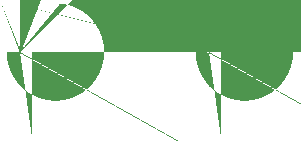
<source format=gbr>
%TF.GenerationSoftware,KiCad,Pcbnew,7.0.5*%
%TF.CreationDate,2024-03-05T22:02:34-06:00*%
%TF.ProjectId,GATE,47415445-2e6b-4696-9361-645f70636258,rev?*%
%TF.SameCoordinates,Original*%
%TF.FileFunction,Paste,Bot*%
%TF.FilePolarity,Positive*%
%FSLAX46Y46*%
G04 Gerber Fmt 4.6, Leading zero omitted, Abs format (unit mm)*
G04 Created by KiCad (PCBNEW 7.0.5) date 2024-03-05 22:02:34*
%MOMM*%
%LPD*%
G01*
G04 APERTURE LIST*
G04 Aperture macros list*
%AMFreePoly0*
4,1,111,3.404321,4.105137,3.804748,4.045739,4.197424,3.947379,4.578569,3.811003,4.944512,3.637925,5.291727,3.429812,5.616872,3.188668,5.916815,2.916815,6.188668,2.616872,6.429812,2.291727,6.637925,1.944512,6.811003,1.578569,6.947379,1.197424,7.045739,0.804748,7.105137,0.404321,7.125000,0.000000,7.105137,-0.404321,7.045739,-0.804748,6.947379,-1.197424,6.811003,-1.578569,
6.637925,-1.944512,6.429812,-2.291727,6.188668,-2.616872,5.916815,-2.916815,5.616872,-3.188668,5.291727,-3.429812,4.944512,-3.637925,4.578569,-3.811003,4.197424,-3.947379,3.804748,-4.045739,3.404321,-4.105137,3.000000,-4.125000,2.595679,-4.105137,2.195252,-4.045739,1.802576,-3.947379,1.421431,-3.811003,1.055488,-3.637925,0.708273,-3.429812,0.383128,-3.188668,0.083185,-2.916815,
-0.188668,-2.616872,-0.429812,-2.291727,-0.637925,-1.944512,-0.811003,-1.578569,-0.947379,-1.197424,-1.045739,-0.804748,-1.105137,-0.404321,-1.125000,0.000000,0.994891,0.000000,1.015300,-0.285357,1.076112,-0.564904,1.176089,-0.832952,1.313195,-1.084044,1.484640,-1.313067,1.686933,-1.515360,1.915956,-1.686805,2.167048,-1.823911,2.435096,-1.923888,2.714643,-1.984700,3.000000,-2.005109,
3.285357,-1.984700,3.564904,-1.923888,3.832952,-1.823911,4.084044,-1.686805,4.313067,-1.515360,4.515360,-1.313067,4.686805,-1.084044,4.823911,-0.832952,4.923888,-0.564904,4.984700,-0.285357,5.005109,0.000000,4.984700,0.285357,4.923888,0.564904,4.823911,0.832952,4.686805,1.084044,4.515360,1.313067,4.313067,1.515360,4.084044,1.686805,3.832952,1.823911,3.564904,1.923888,
3.285357,1.984700,3.000000,2.005109,2.714643,1.984700,2.435096,1.923888,2.167048,1.823911,1.915956,1.686805,1.686933,1.515360,1.484640,1.313067,1.313195,1.084044,1.176089,0.832952,1.076112,0.564904,1.015300,0.285357,0.994891,0.000000,-1.125000,0.000000,-1.105137,0.404321,-1.045739,0.804748,-0.947379,1.197424,-0.811003,1.578569,-0.637925,1.944512,-0.429812,2.291727,
-0.188668,2.616872,0.083185,2.916815,0.383128,3.188668,0.708273,3.429812,1.055488,3.637925,1.421431,3.811003,1.802576,3.947379,2.195252,4.045739,2.595679,4.105137,3.000000,4.125000,3.404321,4.105137,3.404321,4.105137,$1*%
G04 Aperture macros list end*
%ADD10FreePoly0,180.000000*%
G04 APERTURE END LIST*
D10*
%TO.C,J4*%
X150000000Y-87500000D03*
%TD*%
%TO.C,J5*%
X166000000Y-87500000D03*
%TD*%
M02*

</source>
